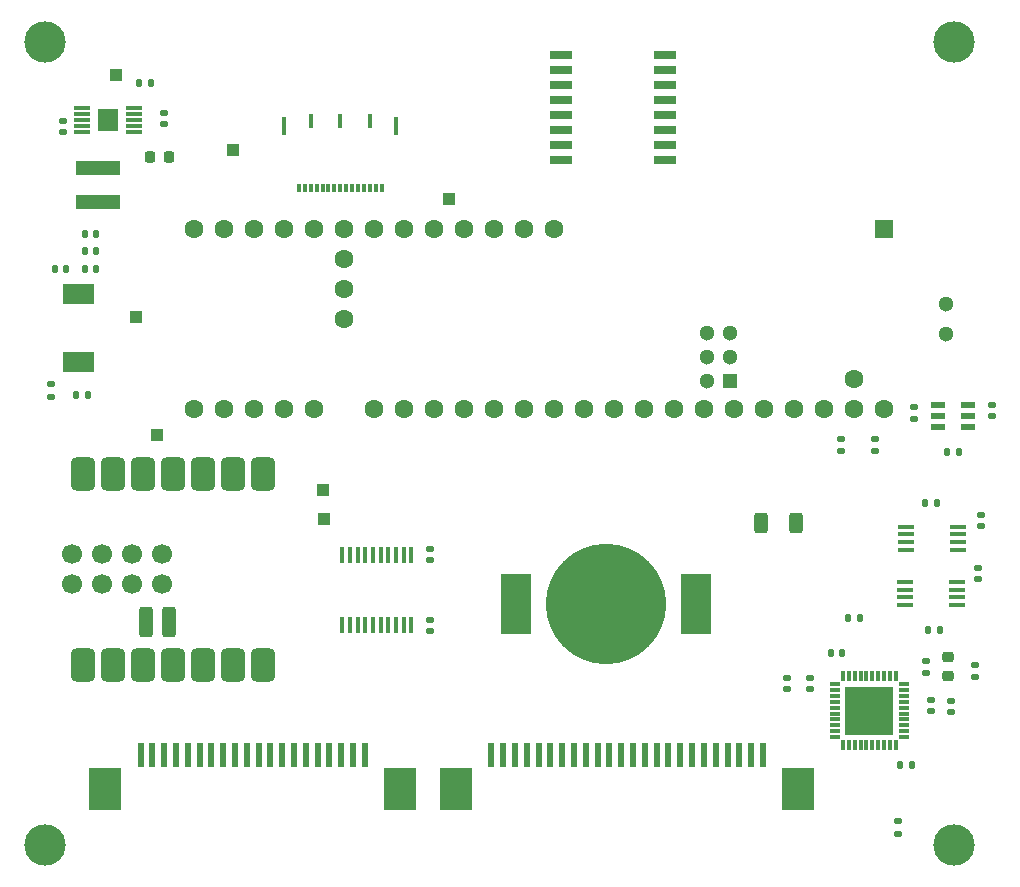
<source format=gts>
%TF.GenerationSoftware,KiCad,Pcbnew,9.0.6*%
%TF.CreationDate,2026-02-09T18:54:11-05:00*%
%TF.ProjectId,main_board_v3,6d61696e-5f62-46f6-9172-645f76332e6b,rev?*%
%TF.SameCoordinates,Original*%
%TF.FileFunction,Soldermask,Top*%
%TF.FilePolarity,Negative*%
%FSLAX46Y46*%
G04 Gerber Fmt 4.6, Leading zero omitted, Abs format (unit mm)*
G04 Created by KiCad (PCBNEW 9.0.6) date 2026-02-09 18:54:11*
%MOMM*%
%LPD*%
G01*
G04 APERTURE LIST*
G04 Aperture macros list*
%AMRoundRect*
0 Rectangle with rounded corners*
0 $1 Rounding radius*
0 $2 $3 $4 $5 $6 $7 $8 $9 X,Y pos of 4 corners*
0 Add a 4 corners polygon primitive as box body*
4,1,4,$2,$3,$4,$5,$6,$7,$8,$9,$2,$3,0*
0 Add four circle primitives for the rounded corners*
1,1,$1+$1,$2,$3*
1,1,$1+$1,$4,$5*
1,1,$1+$1,$6,$7*
1,1,$1+$1,$8,$9*
0 Add four rect primitives between the rounded corners*
20,1,$1+$1,$2,$3,$4,$5,0*
20,1,$1+$1,$4,$5,$6,$7,0*
20,1,$1+$1,$6,$7,$8,$9,0*
20,1,$1+$1,$8,$9,$2,$3,0*%
G04 Aperture macros list end*
%ADD10R,1.000000X1.000000*%
%ADD11C,3.500000*%
%ADD12R,1.425000X0.300000*%
%ADD13R,1.680000X1.880000*%
%ADD14RoundRect,0.140000X-0.170000X0.140000X-0.170000X-0.140000X0.170000X-0.140000X0.170000X0.140000X0*%
%ADD15R,1.910000X0.640000*%
%ADD16R,1.150000X0.600000*%
%ADD17RoundRect,0.140000X0.140000X0.170000X-0.140000X0.170000X-0.140000X-0.170000X0.140000X-0.170000X0*%
%ADD18RoundRect,0.135000X0.185000X-0.135000X0.185000X0.135000X-0.185000X0.135000X-0.185000X-0.135000X0*%
%ADD19RoundRect,0.140000X0.170000X-0.140000X0.170000X0.140000X-0.170000X0.140000X-0.170000X-0.140000X0*%
%ADD20RoundRect,0.250000X-0.312500X-0.625000X0.312500X-0.625000X0.312500X0.625000X-0.312500X0.625000X0*%
%ADD21RoundRect,0.135000X-0.185000X0.135000X-0.185000X-0.135000X0.185000X-0.135000X0.185000X0.135000X0*%
%ADD22R,1.400000X0.450000*%
%ADD23RoundRect,0.135000X-0.135000X-0.185000X0.135000X-0.185000X0.135000X0.185000X-0.135000X0.185000X0*%
%ADD24RoundRect,0.140000X-0.140000X-0.170000X0.140000X-0.170000X0.140000X0.170000X-0.140000X0.170000X0*%
%ADD25RoundRect,0.225000X-0.225000X-0.250000X0.225000X-0.250000X0.225000X0.250000X-0.225000X0.250000X0*%
%ADD26R,2.500000X5.100000*%
%ADD27C,10.200000*%
%ADD28RoundRect,0.135000X0.135000X0.185000X-0.135000X0.185000X-0.135000X-0.185000X0.135000X-0.185000X0*%
%ADD29R,0.850000X0.300000*%
%ADD30R,0.300000X0.850000*%
%ADD31R,4.050000X4.050000*%
%ADD32RoundRect,0.076750X0.230250X-0.810250X0.230250X0.810250X-0.230250X0.810250X-0.230250X-0.810250X0*%
%ADD33R,0.610000X2.000000*%
%ADD34R,2.680000X3.600000*%
%ADD35R,3.700000X1.200000*%
%ADD36RoundRect,0.525400X0.525400X-0.900400X0.525400X0.900400X-0.525400X0.900400X-0.525400X-0.900400X0*%
%ADD37RoundRect,0.300400X-0.300400X1.000400X-0.300400X-1.000400X0.300400X-1.000400X0.300400X1.000400X0*%
%ADD38C,1.700000*%
%ADD39RoundRect,0.225000X0.250000X-0.225000X0.250000X0.225000X-0.250000X0.225000X-0.250000X-0.225000X0*%
%ADD40R,0.300000X0.650000*%
%ADD41R,0.300000X1.200000*%
%ADD42R,0.400000X1.550000*%
%ADD43R,0.450000X1.475000*%
%ADD44R,1.600000X1.600000*%
%ADD45C,1.600000*%
%ADD46R,1.300000X1.300000*%
%ADD47C,1.300000*%
G04 APERTURE END LIST*
D10*
X62750000Y-40250000D03*
X70900000Y-26100000D03*
D11*
X132000000Y-85000000D03*
D12*
X58153000Y-22591000D03*
X58153000Y-23091000D03*
X58153000Y-23591000D03*
X58153000Y-24091000D03*
X58153000Y-24591000D03*
X62577000Y-24591000D03*
X62577000Y-24091000D03*
X62577000Y-23591000D03*
X62577000Y-23091000D03*
X62577000Y-22591000D03*
D13*
X60365000Y-23591000D03*
D14*
X131750000Y-72750000D03*
X131750000Y-73710000D03*
X65085000Y-22980000D03*
X65085000Y-23940000D03*
X87600000Y-59920000D03*
X87600000Y-60880000D03*
X128600000Y-47920000D03*
X128600000Y-48880000D03*
D15*
X107500000Y-26960000D03*
X107500000Y-25690000D03*
X107500000Y-24420000D03*
X107500000Y-23150000D03*
X107500000Y-21880000D03*
X107500000Y-20610000D03*
X107500000Y-19340000D03*
X107500000Y-18070000D03*
X98730000Y-18070000D03*
X98730000Y-19340000D03*
X98730000Y-20610000D03*
X98730000Y-21880000D03*
X98730000Y-23150000D03*
X98730000Y-24420000D03*
X98730000Y-25690000D03*
X98730000Y-26960000D03*
D16*
X130624000Y-47700000D03*
X130624000Y-48650000D03*
X130624000Y-49600000D03*
X133124000Y-49600000D03*
X133124000Y-48650000D03*
X133124000Y-47700000D03*
D17*
X122500000Y-68750000D03*
X121540000Y-68750000D03*
D18*
X127250000Y-84010000D03*
X127250000Y-82990000D03*
D19*
X129600000Y-70400000D03*
X129600000Y-69440000D03*
D20*
X115632500Y-57686600D03*
X118557500Y-57686600D03*
D14*
X56525000Y-23690000D03*
X56525000Y-24650000D03*
D10*
X61000000Y-19770000D03*
D21*
X125300000Y-50590000D03*
X125300000Y-51610000D03*
D14*
X87600000Y-65940000D03*
X87600000Y-66900000D03*
D22*
X127850000Y-62700000D03*
X127850000Y-63350000D03*
X127850000Y-64000000D03*
X127850000Y-64650000D03*
X132250000Y-64650000D03*
X132250000Y-64000000D03*
X132250000Y-63350000D03*
X132250000Y-62700000D03*
D18*
X55500000Y-47010000D03*
X55500000Y-45990000D03*
D10*
X64500000Y-50250000D03*
D11*
X132000000Y-17000000D03*
D14*
X130000000Y-72670000D03*
X130000000Y-73630000D03*
D10*
X78600000Y-57400000D03*
D19*
X135174000Y-48680000D03*
X135174000Y-47720000D03*
X134275000Y-57980000D03*
X134275000Y-57020000D03*
D23*
X122990000Y-65750000D03*
X124010000Y-65750000D03*
D11*
X55000000Y-17000000D03*
D23*
X62940000Y-20500000D03*
X63960000Y-20500000D03*
D19*
X119800000Y-71780000D03*
X119800000Y-70820000D03*
D24*
X58365000Y-36230000D03*
X59325000Y-36230000D03*
D21*
X133750000Y-69740000D03*
X133750000Y-70760000D03*
D25*
X63925000Y-26700000D03*
X65475000Y-26700000D03*
D23*
X129490000Y-56000000D03*
X130510000Y-56000000D03*
D26*
X110100000Y-64600000D03*
X94900000Y-64600000D03*
D27*
X102500000Y-64600000D03*
D24*
X58385000Y-33230000D03*
X59345000Y-33230000D03*
D18*
X122425000Y-51635000D03*
X122425000Y-50615000D03*
D28*
X130750000Y-66750000D03*
X129730000Y-66750000D03*
D19*
X117800000Y-71780000D03*
X117800000Y-70820000D03*
D17*
X128380000Y-78250000D03*
X127420000Y-78250000D03*
D29*
X127750000Y-75850000D03*
X127750000Y-75350000D03*
X127750000Y-74850000D03*
X127750000Y-74350000D03*
X127750000Y-73850000D03*
X127750000Y-73350000D03*
X127750000Y-72850000D03*
X127750000Y-72350000D03*
X127750000Y-71850000D03*
X127750000Y-71350000D03*
D30*
X127050000Y-70650000D03*
X126550000Y-70650000D03*
X126050000Y-70650000D03*
X125550000Y-70650000D03*
X125050000Y-70650000D03*
X124550000Y-70650000D03*
X124050000Y-70650000D03*
X123550000Y-70650000D03*
X123050000Y-70650000D03*
X122550000Y-70650000D03*
D29*
X121850000Y-71350000D03*
X121850000Y-71850000D03*
X121850000Y-72350000D03*
X121850000Y-72850000D03*
X121850000Y-73350000D03*
X121850000Y-73850000D03*
X121850000Y-74350000D03*
X121850000Y-74850000D03*
X121850000Y-75350000D03*
X121850000Y-75850000D03*
D30*
X122550000Y-76550000D03*
X123050000Y-76550000D03*
X123550000Y-76550000D03*
X124050000Y-76550000D03*
X124550000Y-76550000D03*
X125050000Y-76550000D03*
X125550000Y-76550000D03*
X126050000Y-76550000D03*
X126550000Y-76550000D03*
X127050000Y-76550000D03*
D31*
X124800000Y-73600000D03*
D32*
X56850000Y-44100000D03*
X57500000Y-44100000D03*
X58150000Y-44100000D03*
X58800000Y-44100000D03*
X58800000Y-38360000D03*
X58150000Y-38360000D03*
X57500000Y-38360000D03*
X56850000Y-38360000D03*
D19*
X134000000Y-62480000D03*
X134000000Y-61520000D03*
D33*
X63090000Y-77400000D03*
X64090000Y-77400000D03*
X65090000Y-77400000D03*
X66090000Y-77400000D03*
X67090000Y-77400000D03*
X68090000Y-77400000D03*
X69090000Y-77400000D03*
X70090000Y-77400000D03*
X71090000Y-77400000D03*
X72090000Y-77400000D03*
X73090000Y-77400000D03*
X74090000Y-77400000D03*
X75090000Y-77400000D03*
X76090000Y-77400000D03*
X77090000Y-77400000D03*
X78090000Y-77400000D03*
X79090000Y-77400000D03*
X80090000Y-77400000D03*
X81090000Y-77400000D03*
X82090000Y-77400000D03*
D34*
X60100000Y-80200000D03*
X85080000Y-80200000D03*
D28*
X132424000Y-51750000D03*
X131404000Y-51750000D03*
D33*
X92790000Y-77400000D03*
X93790000Y-77400000D03*
X94790000Y-77400000D03*
X95790000Y-77400000D03*
X96790000Y-77400000D03*
X97790000Y-77400000D03*
X98790000Y-77400000D03*
X99790000Y-77400000D03*
X100790000Y-77400000D03*
X101790000Y-77400000D03*
X102790000Y-77400000D03*
X103790000Y-77400000D03*
X104790000Y-77400000D03*
X105790000Y-77400000D03*
X106790000Y-77400000D03*
X107790000Y-77400000D03*
X108790000Y-77400000D03*
X109790000Y-77400000D03*
X110790000Y-77400000D03*
X111790000Y-77400000D03*
X112790000Y-77400000D03*
X113790000Y-77400000D03*
X114790000Y-77400000D03*
X115790000Y-77400000D03*
D34*
X89800000Y-80200000D03*
X118780000Y-80200000D03*
D35*
X59500000Y-27700000D03*
X59500000Y-30500000D03*
D10*
X78500000Y-54900000D03*
D28*
X58660000Y-46860000D03*
X57640000Y-46860000D03*
D10*
X89250000Y-30250000D03*
D24*
X55845000Y-36230000D03*
X56805000Y-36230000D03*
D22*
X127875000Y-58025000D03*
X127875000Y-58675000D03*
X127875000Y-59325000D03*
X127875000Y-59975000D03*
X132275000Y-59975000D03*
X132275000Y-59325000D03*
X132275000Y-58675000D03*
X132275000Y-58025000D03*
D36*
X58260000Y-69700000D03*
X60800000Y-69700000D03*
X63340000Y-69700000D03*
X65880000Y-69700000D03*
X68420000Y-69700000D03*
X70960000Y-69700000D03*
X73500000Y-69700000D03*
X73500000Y-53535000D03*
X70960000Y-53535000D03*
X68420000Y-53535000D03*
X65880000Y-53535000D03*
X63340000Y-53535000D03*
X60800000Y-53535000D03*
X58260000Y-53535000D03*
D37*
X65498000Y-66090000D03*
X63593000Y-66090000D03*
D38*
X57248000Y-62915000D03*
X57248000Y-60375000D03*
X59788000Y-62915000D03*
X59788000Y-60375000D03*
X62328000Y-62915000D03*
X62328000Y-60375000D03*
X64868000Y-62915000D03*
X64868000Y-60375000D03*
D24*
X58385000Y-34730000D03*
X59345000Y-34730000D03*
D11*
X55000000Y-85000000D03*
D39*
X131450000Y-70645000D03*
X131450000Y-69095000D03*
D40*
X83500000Y-29375000D03*
X83000000Y-29375000D03*
X82500000Y-29375000D03*
X82000000Y-29375000D03*
X81500000Y-29375000D03*
X81000000Y-29375000D03*
X80500000Y-29375000D03*
X80000000Y-29375000D03*
X79500000Y-29375000D03*
X79000000Y-29375000D03*
X78500000Y-29375000D03*
X78000000Y-29375000D03*
X77500000Y-29375000D03*
X77000000Y-29375000D03*
X76500000Y-29375000D03*
D41*
X82500000Y-23700000D03*
X80000000Y-23700000D03*
X77500000Y-23700000D03*
D42*
X84750000Y-24125000D03*
X75250000Y-24125000D03*
D43*
X86025000Y-60462000D03*
X85375000Y-60462000D03*
X84725000Y-60462000D03*
X84075000Y-60462000D03*
X83425000Y-60462000D03*
X82775000Y-60462000D03*
X82125000Y-60462000D03*
X81475000Y-60462000D03*
X80825000Y-60462000D03*
X80175000Y-60462000D03*
X80175000Y-66338000D03*
X80825000Y-66338000D03*
X81475000Y-66338000D03*
X82125000Y-66338000D03*
X82775000Y-66338000D03*
X83425000Y-66338000D03*
X84075000Y-66338000D03*
X84725000Y-66338000D03*
X85375000Y-66338000D03*
X86025000Y-66338000D03*
D44*
X126000000Y-32860000D03*
D45*
X98060000Y-32860000D03*
X95520000Y-32860000D03*
X92980000Y-32860000D03*
X90440000Y-32860000D03*
X87900000Y-32860000D03*
X85360000Y-32860000D03*
X82820000Y-32860000D03*
X80280000Y-32860000D03*
X77740000Y-32860000D03*
X75200000Y-32860000D03*
X72660000Y-32860000D03*
X70120000Y-32860000D03*
X67580000Y-32860000D03*
X67580000Y-48100000D03*
X70120000Y-48100000D03*
X72660000Y-48100000D03*
X75200000Y-48100000D03*
X77740000Y-48100000D03*
X82820000Y-48100000D03*
X85360000Y-48100000D03*
X87900000Y-48100000D03*
X90440000Y-48100000D03*
X92980000Y-48100000D03*
X95520000Y-48100000D03*
X98060000Y-48100000D03*
X100600000Y-48100000D03*
X103140000Y-48100000D03*
X105680000Y-48100000D03*
X108220000Y-48100000D03*
X110760000Y-48100000D03*
X113300000Y-48100000D03*
X115840000Y-48100000D03*
X118380000Y-48100000D03*
X120920000Y-48100000D03*
X123460000Y-48100000D03*
X126000000Y-48100000D03*
X123460000Y-45560000D03*
X80280000Y-35400000D03*
X80280000Y-37940000D03*
X80280000Y-40480000D03*
D46*
X113030000Y-45661600D03*
D47*
X113030000Y-43661600D03*
X113030000Y-41661600D03*
X111030000Y-41661600D03*
X111030000Y-43661600D03*
X111030000Y-45661600D03*
X131290000Y-41750000D03*
X131290000Y-39210000D03*
M02*

</source>
